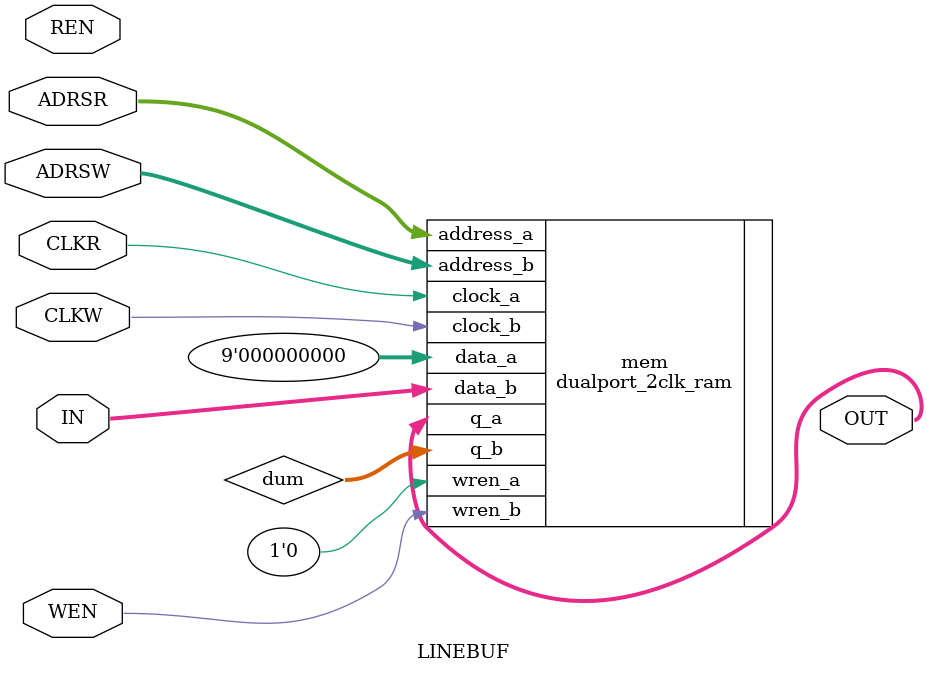
<source format=v>
/**********************************************
   Sprite Engine for "FPGA Gaplus"

				Copyright (c) 2007,2019 MiSTer-X
***********************************************/
module GAPLUS_SPRITE
(
	input         VCLKx4,
	input         VCLK,

	input  [8:0]  HPOS,
	input  [8:0]  VPOS,

	input         HB,
	input			  VB,

	output [14:0] SPCH_A,
	input  [15:0] SPCH_D,

	output [6:0]  SPRA_A,
	input  [23:0] SPRA_D,

	output [8:0]  CLUT_A
);

wire wwclk, wrwe, vpr;
wire [5:0]  wrwad;
wire [28:0] wrwd0;
wire [23:0] wrwd1;

wire wrclk, lwe, vpw;
wire [5:0]  wrrad;
wire [28:0] spra0;
wire [23:0] spra1;
wire [8:0]  lwp;
wire [8:0]  lwd;

wire [8:0]	dout;

GAPLUS_SPRITE_REGSCAN scan( VCLKx4, HB, VPOS, SPRA_A, SPRA_D, wwclk, wrwad, wrwd0, wrwd1, wrwe, vpr ); 
GAPLUS_SPRITE_WRAM    wram( wwclk, wrwad, wrwd0, wrwd1, wrwe, wrclk, wrrad, spra0, spra1 );
GAPLUS_SPRITE_REND    rend( VCLK, HB, vpr, spra0, spra1, wrclk, wrrad, SPCH_A, SPCH_D, vpw, lwp, lwd, lwe );
GAPLUS_SPRITE_LBUF    lbuf( VCLK, vpw, lwe, lwp, lwd, HPOS, dout );

assign CLUT_A = dout;

endmodule


//----------------------------------------
//  Scanline Renderer
//----------------------------------------
module GAPLUS_SPRITE_REND
(
	input         VCLK,
	input         HB,
	input         vpr,
	input  [28:0] spra0,
	input  [23:0] spra1,
	output        wrclk,
	output  [5:0] wrrad,
	output [14:0] SPCH_A,
	input  [15:0] SPCH_D,

	output        vpw,
	output  [8:0] wp,
	output  [8:0] wd,
	output        we
);

reg  [7:0] phase;
reg  [5:0] hc;

wire       xf = spra0[16];
wire       yf = spra0[17];

wire       xs = spra0[19];
wire       ys = spra0[21];

wire       dp = spra0[23];

wire [1:0] coffs  = dp ? 0 : { (~spra0[28])^((~yf)&ys), hc[4]^(xf&xs) };

wire [8:0] chipno = { spra0[22], spra0[7:0] } + { 7'h0, coffs };
wire [5:0] paltno = { spra1[5:0] };

wire [3:0] va = spra0[27:24]^{yf,yf,yf,yf};
wire [1:0] pdp = ( hc[1:0]^{xf,xf} );

wire [2:0] pixd = ( pdp == 0 ) ? { chipno[7] ? SPCH_D[11] : SPCH_D[15], SPCH_D[7], SPCH_D[3] } :
						( pdp == 1 ) ? { chipno[7] ? SPCH_D[10] : SPCH_D[14], SPCH_D[6], SPCH_D[2] } :
						( pdp == 2 ) ? { chipno[7] ? SPCH_D[ 9] : SPCH_D[13], SPCH_D[5], SPCH_D[1] } :
											{ chipno[7] ? SPCH_D[ 8] : SPCH_D[12], SPCH_D[4], SPCH_D[0] };

assign		we = xs ? ( hc < 32 ) : ( hc < 16 );
assign		wd = { paltno, pixd };

reg hbedge2;
always @ ( posedge VCLK ) begin
	if ( HB & (~hbedge2) ) begin
		phase <= 0;
		hbedge2 <= 1;
	end
	else begin
		if (~HB) hbedge2 <= 0;
		if (~phase[7]) begin
			case ( phase[1:0] )
				2'h0: begin
					hc    <= 0;
					phase <= phase + 1;
				end
				2'h1: phase <= phase + 1;
				2'h2: if (~we) phase <= phase + 2; else hc <= hc + 1;
				default: begin end
			endcase
		end
	end

end

assign 		wrclk  = VCLK;
assign 		wrrad  = { vpr, phase[6:2] };
assign      SPCH_A = { chipno, va[3], hc[3:2]^{2{xf}}, va[2:0] };

assign      vpw = ~vpr;
assign		wp = ( spra1[16:8] - 88 ) + hc;

endmodule

//----------------------------------------
//  Attribute Register Scanner
//----------------------------------------
module GAPLUS_SPRITE_REGSCAN
(
	input			  VCLKx4,
	input         HB,
	input  [7:0]  VPOS,
	output [6:0]  SPRA_A,
	input [23:0]  SPRA_D,
	output		  wwclk,
	output [5:0]  wrwad,
	output [28:0] wrwd0,
	output [23:0] wrwd1,
	output        wrwe,
	output        vpr
); 

reg [11:0] hcntx4;
reg        hbedge, vpf;

always @ ( posedge VCLKx4 ) begin

	if ( HB & (~hbedge) ) begin
		hcntx4 <= 0;
		vpf <= ~vpf;
		hbedge <= 1;
	end else begin
		if (~HB) hbedge <= 0;
		hcntx4 <= hcntx4 + 1;
	end

end

assign vpr =  vpf;
wire   vpw = ~vpf;

reg [23:0] nspra0;
reg [23:0] nspra1;

reg  [7:0] nvpos;
reg  [5:0] hramad;

reg        wrwe0;

//wire [8:0] nxt = nspra1[16:8] - 87;
wire [7:0] nyt = nspra0[15:8] + 27;

wire       nys = nspra0[21];
wire [7:0] nvt = nvpos + nyt;
wire       nvh = nys ? ( nvt[7:5] == 3'b111 ) : ( nvt[7:4] == 4'b1111 );

wire       son = (~nspra1[17]) & ( nspra0[15:8] != 8'hF0 ) & ( nspra1[16:8] != 9'h00 );

wire [11:0] _hcntx4 = hcntx4 - 32;

wire			wrclr = ( hcntx4 < 32 );
assign 		wwclk = VCLKx4;
assign		wrwd0 = wrclr ? 0 : { nvt[4:0], nspra0 };
assign		wrwd1 = wrclr ? 0 : nspra1;
assign		wrwad = wrclr ? { vpw, hcntx4[4:0] } : { vpw, hramad[4:0] };
assign       wrwe = wrclr ? 1 : wrwe0;

always @ ( posedge VCLKx4 ) begin

	if ( hcntx4 == 0 ) begin
		hramad <= 0;
		nvpos <= VPOS[7:0];
		wrwe0 <= 0;
	end
	else begin
		if ( ( hcntx4 < 544 ) & ( hramad < 32 ) ) begin
			case ( hcntx4[2:0] )
				3'h0: nspra0 <= SPRA_D;
				3'h1: nspra1 <= SPRA_D;
				3'h4: wrwe0  <= nvh & son;
				3'h5: begin
					if ( wrwe0 ) hramad <= hramad + 1;
					wrwe0 <= 0;
				end
				default: begin end
			endcase
		end
	end
end

assign SPRA_A = { _hcntx4[8:3], _hcntx4[0] };

endmodule

//----------------------------------------
//  Work RAM
//----------------------------------------
module GAPLUS_SPRITE_WRAM( CLKw, ADRSw, Dw0, Dw1, we, CLKr, ADRSr, Dr0, Dr1 );

input				CLKw;
input [5:0]		ADRSw;
input	[28:0]	Dw0;
input	[23:0]	Dw1;
input				we;

input				CLKr;
input  [5:0]	ADRSr;
output [28:0]	Dr0;
output [23:0]	Dr1;

dualport_2clk_ram #(.ADDR_WIDTH(6),.DATA_WIDTH(64)) mem(
	.clock_a(CLKw),
	.address_a(ADRSw),
	.data_a({Dw1,Dw0}),
	.wren_a(we),
	.q_a(),
	
	.clock_b(CLKr),
	.address_b(ADRSr),
	.data_b({64{1'b1}}),
	.wren_b(1'b0),
	.q_b({Dr1,Dr0})
);


endmodule

//----------------------------------------
//  Line Double Buffer
//----------------------------------------
module GAPLUS_SPRITE_LBUF( CLK, SIDE1, WEN, ADRSW, IN, ADRSR, OUT );

input				CLK;
input				SIDE1;
input				WEN;
input		[8:0]	ADRSW;
input		[8:0]	IN;
input		[8:0]	ADRSR;
output	[8:0]	OUT;

wire		[8:0]	OUT0, OUT1;

wire				SIDE0  = ~SIDE1;
wire				OPAQUE = ( IN[2:0] != 0 );

assign			OUT = SIDE1 ? OUT1 : OUT0;

LINEBUF	buf0( CLK, SIDE0 ? 1 : ( WEN & SIDE1 & OPAQUE ), SIDE0 ? ADRSR-1 : ADRSW, SIDE0 ? 0 : IN, CLK, SIDE0, ADRSR, OUT0 );
LINEBUF	buf1( CLK, SIDE1 ? 1 : ( WEN & SIDE0 & OPAQUE ), SIDE1 ? ADRSR-1 : ADRSW, SIDE1 ? 0 : IN, CLK, SIDE1, ADRSR, OUT1 );

endmodule


module LINEBUF( CLKW, WEN, ADRSW, IN, CLKR, REN, ADRSR, OUT );

input				CLKW;
input				WEN;
input		[8:0]	ADRSW;
input		[8:0]	IN;
input				CLKR;
input				REN;
input		[8:0]	ADRSR;
output	[8:0]	OUT;

wire [8:0] dum;

dualport_2clk_ram #(.ADDR_WIDTH(9),.DATA_WIDTH(9)) mem(
	.clock_a(CLKR),
	.address_a(ADRSR),
	.data_a(9'h0),
	.wren_a(1'b0),
	.q_a(OUT),
	
	.clock_b(CLKW),
	.address_b(ADRSW),
	.data_b(IN),
	.wren_b(WEN),
	.q_b(dum)
);

endmodule



</source>
